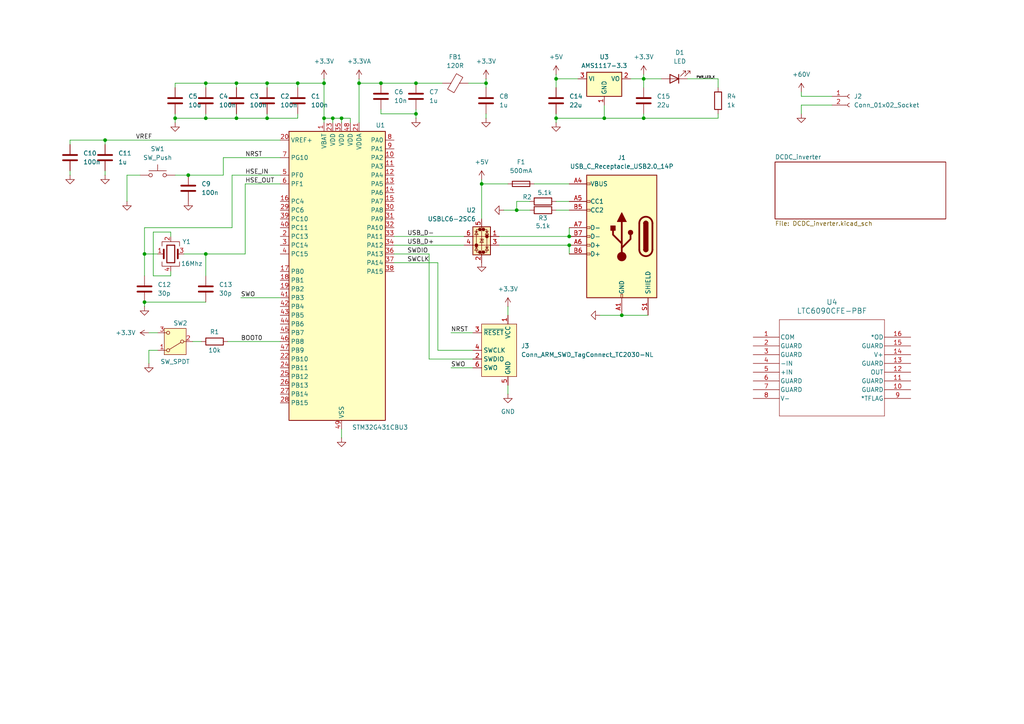
<source format=kicad_sch>
(kicad_sch (version 20231120) (generator "eeschema") (generator_version "8.0")
  (paper "A4")
  (lib_symbols
    (symbol "Connector:Conn_01x02_Socket" (pin_names (offset 1.016) hide)
      (property "Reference" "J" (at 0 2.54 0))
      (property "Value" "Conn_01x02_Socket" (at 0 -5.08 0))
      (symbol "Conn_01x02_Socket_1_1"
        (arc (start 0 -2.032) (mid -0.5058 -2.54) (end 0 -3.048) (stroke (width 0.1524)))
        (polyline (pts (xy -1.27 -2.54) (xy -0.508 -2.54)) (stroke (width 0.1524)))
        (polyline (pts (xy -1.27 0) (xy -0.508 0)) (stroke (width 0.1524)))
        (arc (start 0 0.508) (mid -0.5058 0) (end 0 -0.508) (stroke (width 0.1524)))
        (pin passive line (at -5.08 0 0) (length 3.81) (name "Pin_1") (number "1"))
        (pin passive line (at -5.08 -2.54 0) (length 3.81) (name "Pin_2") (number "2"))
      )
    )
    (symbol "Connector:Conn_ARM_SWD_TagConnect_TC2030-NL" (in_bom no)
      (property "Reference" "J" (at 2.54 11.43 0))
      (property "Value" "Conn_ARM_SWD_TagConnect_TC2030-NL" (at 2.54 8.89 0))
      (symbol "Conn_ARM_SWD_TagConnect_TC2030-NL_0_0"
        (pin power_in line (at -2.54 10.16 270) (length 2.54) (name "VCC") (number "1"))
        (pin bidirectional line (at 7.62 -2.54 180) (length 2.54) (name "SWDIO") (number "2"))
        (pin open_collector line (at 7.62 5.08 180) (length 2.54) (name "~{RESET}") (number "3"))
        (pin output line (at 7.62 0 180) (length 2.54) (name "SWCLK") (number "4"))
        (pin power_in line (at -2.54 -10.16 90) (length 2.54) (name "GND") (number "5"))
        (pin input line (at 7.62 -5.08 180) (length 2.54) (name "SWO") (number "6"))
      )
      (symbol "Conn_ARM_SWD_TagConnect_TC2030-NL_0_1"
        (rectangle (start -5.08 7.62) (end 5.08 -7.62) (fill (type background)))
      )
    )
    (symbol "Connector:USB_C_Receptacle_USB2.0_14P" (pin_names (offset 1.016))
      (property "Reference" "J" (at 0 22.225 0))
      (property "Value" "USB_C_Receptacle_USB2.0_14P" (at 0 19.685 0))
      (symbol "USB_C_Receptacle_USB2.0_14P_0_0"
        (rectangle (start -0.254 -17.78) (end 0.254 -16.764))
        (rectangle (start 10.16 -4.826) (end 9.144 -5.334))
        (rectangle (start 10.16 -2.286) (end 9.144 -2.794))
        (rectangle (start 10.16 0.254) (end 9.144 -0.254))
        (rectangle (start 10.16 2.794) (end 9.144 2.286))
        (rectangle (start 10.16 7.874) (end 9.144 7.366))
        (rectangle (start 10.16 10.414) (end 9.144 9.906))
        (rectangle (start 10.16 15.494) (end 9.144 14.986))
      )
      (symbol "USB_C_Receptacle_USB2.0_14P_0_1"
        (rectangle (start -10.16 17.78) (end 10.16 -17.78) (stroke (width 0.254)) (fill (type background)))
        (arc (start -8.89 -3.81) (mid -6.985 -5.7067) (end -5.08 -3.81) (stroke (width 0.508)))
        (arc (start -7.62 -3.81) (mid -6.985 -4.4423) (end -6.35 -3.81) (stroke (width 0.254)))
        (arc (start -7.62 -3.81) (mid -6.985 -4.4423) (end -6.35 -3.81) (stroke (width 0.254)) (fill (type outline)))
        (rectangle (start -7.62 -3.81) (end -6.35 3.81) (stroke (width 0.254)) (fill (type outline)))
        (arc (start -6.35 3.81) (mid -6.985 4.4423) (end -7.62 3.81) (stroke (width 0.254)))
        (arc (start -6.35 3.81) (mid -6.985 4.4423) (end -7.62 3.81) (stroke (width 0.254)) (fill (type outline)))
        (arc (start -5.08 3.81) (mid -6.985 5.7067) (end -8.89 3.81) (stroke (width 0.508)))
        (circle (center -2.54 1.143) (radius 0.635) (stroke (width 0.254)) (fill (type outline)))
        (circle (center 0 -5.842) (radius 1.27) (fill (type outline)))
        (polyline (pts (xy -8.89 -3.81) (xy -8.89 3.81)) (stroke (width 0.508)))
        (polyline (pts (xy -5.08 3.81) (xy -5.08 -3.81)) (stroke (width 0.508)))
        (polyline (pts (xy 0 -5.842) (xy 0 4.318)) (stroke (width 0.508)))
        (polyline (pts (xy 0 -3.302) (xy -2.54 -0.762) (xy -2.54 0.508)) (stroke (width 0.508)))
        (polyline (pts (xy 0 -2.032) (xy 2.54 0.508) (xy 2.54 1.778)) (stroke (width 0.508)))
        (polyline (pts (xy -1.27 4.318) (xy 0 6.858) (xy 1.27 4.318) (xy -1.27 4.318)) (stroke (width 0.254)) (fill (type outline)))
        (rectangle (start 1.905 1.778) (end 3.175 3.048) (stroke (width 0.254)) (fill (type outline)))
      )
      (symbol "USB_C_Receptacle_USB2.0_14P_1_1"
        (pin passive line (at 0 -22.86 90) (length 5.08) (name "GND") (number "A1"))
        (pin passive line (at 0 -22.86 90) (length 5.08) hide (name "GND") (number "A12"))
        (pin passive line (at 15.24 15.24 180) (length 5.08) (name "VBUS") (number "A4"))
        (pin bidirectional line (at 15.24 10.16 180) (length 5.08) (name "CC1") (number "A5"))
        (pin bidirectional line (at 15.24 -2.54 180) (length 5.08) (name "D+") (number "A6"))
        (pin bidirectional line (at 15.24 2.54 180) (length 5.08) (name "D-") (number "A7"))
        (pin passive line (at 15.24 15.24 180) (length 5.08) hide (name "VBUS") (number "A9"))
        (pin passive line (at 0 -22.86 90) (length 5.08) hide (name "GND") (number "B1"))
        (pin passive line (at 0 -22.86 90) (length 5.08) hide (name "GND") (number "B12"))
        (pin passive line (at 15.24 15.24 180) (length 5.08) hide (name "VBUS") (number "B4"))
        (pin bidirectional line (at 15.24 7.62 180) (length 5.08) (name "CC2") (number "B5"))
        (pin bidirectional line (at 15.24 -5.08 180) (length 5.08) (name "D+") (number "B6"))
        (pin bidirectional line (at 15.24 0 180) (length 5.08) (name "D-") (number "B7"))
        (pin passive line (at 15.24 15.24 180) (length 5.08) hide (name "VBUS") (number "B9"))
        (pin passive line (at -7.62 -22.86 90) (length 5.08) (name "SHIELD") (number "S1"))
      )
    )
    (symbol "Device:C" (pin_numbers hide) (pin_names (offset 0.254))
      (property "Reference" "C" (at 0.635 2.54 0))
      (property "Value" "C" (at 0.635 -2.54 0))
      (symbol "C_0_1"
        (polyline (pts (xy -2.032 -0.762) (xy 2.032 -0.762)) (stroke (width 0.508)))
        (polyline (pts (xy -2.032 0.762) (xy 2.032 0.762)) (stroke (width 0.508)))
      )
      (symbol "C_1_1"
        (pin passive line (at 0 3.81 270) (length 2.794) (name "~") (number "1"))
        (pin passive line (at 0 -3.81 90) (length 2.794) (name "~") (number "2"))
      )
    )
    (symbol "Device:Crystal_GND24" (pin_names (offset 1.016) hide)
      (property "Reference" "Y" (at 3.175 5.08 0))
      (property "Value" "Crystal_GND24" (at 3.175 3.175 0))
      (symbol "Crystal_GND24_0_1"
        (rectangle (start -1.143 2.54) (end 1.143 -2.54) (stroke (width 0.3048)))
        (polyline (pts (xy -2.54 0) (xy -2.032 0)))
        (polyline (pts (xy -2.032 -1.27) (xy -2.032 1.27)) (stroke (width 0.508)))
        (polyline (pts (xy 0 -3.81) (xy 0 -3.556)))
        (polyline (pts (xy 0 3.556) (xy 0 3.81)))
        (polyline (pts (xy 2.032 -1.27) (xy 2.032 1.27)) (stroke (width 0.508)))
        (polyline (pts (xy 2.032 0) (xy 2.54 0)))
        (polyline (pts (xy -2.54 -2.286) (xy -2.54 -3.556) (xy 2.54 -3.556) (xy 2.54 -2.286)))
        (polyline (pts (xy -2.54 2.286) (xy -2.54 3.556) (xy 2.54 3.556) (xy 2.54 2.286)))
      )
      (symbol "Crystal_GND24_1_1"
        (pin passive line (at -3.81 0 0) (length 1.27) (name "1") (number "1"))
        (pin passive line (at 0 5.08 270) (length 1.27) (name "2") (number "2"))
        (pin passive line (at 3.81 0 180) (length 1.27) (name "3") (number "3"))
        (pin passive line (at 0 -5.08 90) (length 1.27) (name "4") (number "4"))
      )
    )
    (symbol "Device:FerriteBead" (pin_numbers hide) (pin_names (offset 0))
      (property "Reference" "FB" (at -3.81 0.635 90))
      (property "Value" "FerriteBead" (at 3.81 0 90))
      (symbol "FerriteBead_0_1"
        (polyline (pts (xy 0 -1.27) (xy 0 -1.2192)))
        (polyline (pts (xy 0 1.27) (xy 0 1.2954)))
        (polyline (pts (xy -2.7686 0.4064) (xy -1.7018 2.2606) (xy 2.7686 -0.3048) (xy 1.6764 -2.159) (xy -2.7686 0.4064)))
      )
      (symbol "FerriteBead_1_1"
        (pin passive line (at 0 3.81 270) (length 2.54) (name "~") (number "1"))
        (pin passive line (at 0 -3.81 90) (length 2.54) (name "~") (number "2"))
      )
    )
    (symbol "Device:Fuse" (pin_numbers hide) (pin_names (offset 0))
      (property "Reference" "F" (at 2.032 0 90))
      (property "Value" "Fuse" (at -1.905 0 90))
      (symbol "Fuse_0_1"
        (rectangle (start -0.762 -2.54) (end 0.762 2.54) (stroke (width 0.254)))
        (polyline (pts (xy 0 2.54) (xy 0 -2.54)))
      )
      (symbol "Fuse_1_1"
        (pin passive line (at 0 3.81 270) (length 1.27) (name "~") (number "1"))
        (pin passive line (at 0 -3.81 90) (length 1.27) (name "~") (number "2"))
      )
    )
    (symbol "Device:LED" (pin_numbers hide) (pin_names (offset 1.016) hide)
      (property "Reference" "D" (at 0 2.54 0))
      (property "Value" "LED" (at 0 -2.54 0))
      (symbol "LED_0_1"
        (polyline (pts (xy -1.27 -1.27) (xy -1.27 1.27)) (stroke (width 0.254)))
        (polyline (pts (xy -1.27 0) (xy 1.27 0)))
        (polyline (pts (xy 1.27 -1.27) (xy 1.27 1.27) (xy -1.27 0) (xy 1.27 -1.27)) (stroke (width 0.254)))
        (polyline (pts (xy -3.048 -0.762) (xy -4.572 -2.286) (xy -3.81 -2.286) (xy -4.572 -2.286) (xy -4.572 -1.524)))
        (polyline (pts (xy -1.778 -0.762) (xy -3.302 -2.286) (xy -2.54 -2.286) (xy -3.302 -2.286) (xy -3.302 -1.524)))
      )
      (symbol "LED_1_1"
        (pin passive line (at -3.81 0 0) (length 2.54) (name "K") (number "1"))
        (pin passive line (at 3.81 0 180) (length 2.54) (name "A") (number "2"))
      )
    )
    (symbol "Device:R" (pin_numbers hide) (pin_names (offset 0))
      (property "Reference" "R" (at 2.032 0 90))
      (property "Value" "R" (at 0 0 90))
      (symbol "R_0_1"
        (rectangle (start -1.016 -2.54) (end 1.016 2.54) (stroke (width 0.254)))
      )
      (symbol "R_1_1"
        (pin passive line (at 0 3.81 270) (length 1.27) (name "~") (number "1"))
        (pin passive line (at 0 -3.81 90) (length 1.27) (name "~") (number "2"))
      )
    )
    (symbol "LTC6090CFE_PBF:LTC6090CFE-PBF" (pin_names (offset 0.254))
      (property "Reference" "U" (at 22.86 10.16 0))
      (property "Value" "LTC6090CFE-PBF" (at 22.86 7.62 0))
      (symbol "LTC6090CFE-PBF_0_1"
        (polyline (pts (xy 7.62 -22.86) (xy 38.1 -22.86)) (stroke (width 0.127)))
        (polyline (pts (xy 7.62 5.08) (xy 7.62 -22.86)) (stroke (width 0.127)))
        (polyline (pts (xy 38.1 -22.86) (xy 38.1 5.08)) (stroke (width 0.127)))
        (polyline (pts (xy 38.1 5.08) (xy 7.62 5.08)) (stroke (width 0.127)))
        (pin unspecified line (at 0 0 0) (length 7.62) (name "COM") (number "1"))
        (pin unspecified line (at 45.72 -15.24 180) (length 7.62) (name "GUARD") (number "10"))
        (pin unspecified line (at 45.72 -12.7 180) (length 7.62) (name "GUARD") (number "11"))
        (pin output line (at 45.72 -10.16 180) (length 7.62) (name "OUT") (number "12"))
        (pin unspecified line (at 45.72 -7.62 180) (length 7.62) (name "GUARD") (number "13"))
        (pin power_in line (at 45.72 -5.08 180) (length 7.62) (name "V+") (number "14"))
        (pin unspecified line (at 45.72 -2.54 180) (length 7.62) (name "GUARD") (number "15"))
        (pin output line (at 45.72 0 180) (length 7.62) (name "*OD") (number "16"))
        (pin unspecified line (at 0 -2.54 0) (length 7.62) (name "GUARD") (number "2"))
        (pin unspecified line (at 0 -5.08 0) (length 7.62) (name "GUARD") (number "3"))
        (pin input line (at 0 -7.62 0) (length 7.62) (name "-IN") (number "4"))
        (pin input line (at 0 -10.16 0) (length 7.62) (name "+IN") (number "5"))
        (pin unspecified line (at 0 -12.7 0) (length 7.62) (name "GUARD") (number "6"))
        (pin unspecified line (at 0 -15.24 0) (length 7.62) (name "GUARD") (number "7"))
        (pin power_in line (at 0 -17.78 0) (length 7.62) (name "V-") (number "8"))
        (pin output line (at 45.72 -17.78 180) (length 7.62) (name "*TFLAG") (number "9"))
      )
    )
    (symbol "MCU_ST_STM32G4:STM32G431CBUx"
      (property "Reference" "U" (at -12.7 44.45 0))
      (property "Value" "STM32G431CBUx" (at 10.16 44.45 0))
      (symbol "STM32G431CBUx_0_1"
        (rectangle (start -12.7 -40.64) (end 15.24 43.18) (stroke (width 0.254)) (fill (type background)))
      )
      (symbol "STM32G431CBUx_1_1"
        (pin power_in line (at -2.54 45.72 270) (length 2.54) (name "VBAT") (number "1"))
        (pin bidirectional line (at 17.78 35.56 180) (length 2.54) (name "PA2") (number "10"))
        (pin bidirectional line (at 17.78 33.02 180) (length 2.54) (name "PA3") (number "11"))
        (pin bidirectional line (at 17.78 30.48 180) (length 2.54) (name "PA4") (number "12"))
        (pin bidirectional line (at 17.78 27.94 180) (length 2.54) (name "PA5") (number "13"))
        (pin bidirectional line (at 17.78 25.4 180) (length 2.54) (name "PA6") (number "14"))
        (pin bidirectional line (at 17.78 22.86 180) (length 2.54) (name "PA7") (number "15"))
        (pin bidirectional line (at -15.24 22.86 0) (length 2.54) (name "PC4") (number "16"))
        (pin bidirectional line (at -15.24 2.54 0) (length 2.54) (name "PB0") (number "17"))
        (pin bidirectional line (at -15.24 0 0) (length 2.54) (name "PB1") (number "18"))
        (pin bidirectional line (at -15.24 -2.54 0) (length 2.54) (name "PB2") (number "19"))
        (pin bidirectional line (at -15.24 12.7 0) (length 2.54) (name "PC13") (number "2"))
        (pin input line (at -15.24 40.64 0) (length 2.54) (name "VREF+") (number "20"))
        (pin power_in line (at 7.62 45.72 270) (length 2.54) (name "VDDA") (number "21"))
        (pin bidirectional line (at -15.24 -22.86 0) (length 2.54) (name "PB10") (number "22"))
        (pin power_in line (at 0 45.72 270) (length 2.54) (name "VDD") (number "23"))
        (pin bidirectional line (at -15.24 -25.4 0) (length 2.54) (name "PB11") (number "24"))
        (pin bidirectional line (at -15.24 -27.94 0) (length 2.54) (name "PB12") (number "25"))
        (pin bidirectional line (at -15.24 -30.48 0) (length 2.54) (name "PB13") (number "26"))
        (pin bidirectional line (at -15.24 -33.02 0) (length 2.54) (name "PB14") (number "27"))
        (pin bidirectional line (at -15.24 -35.56 0) (length 2.54) (name "PB15") (number "28"))
        (pin bidirectional line (at -15.24 20.32 0) (length 2.54) (name "PC6") (number "29"))
        (pin bidirectional line (at -15.24 10.16 0) (length 2.54) (name "PC14") (number "3"))
        (pin bidirectional line (at 17.78 20.32 180) (length 2.54) (name "PA8") (number "30"))
        (pin bidirectional line (at 17.78 17.78 180) (length 2.54) (name "PA9") (number "31"))
        (pin bidirectional line (at 17.78 15.24 180) (length 2.54) (name "PA10") (number "32"))
        (pin bidirectional line (at 17.78 12.7 180) (length 2.54) (name "PA11") (number "33"))
        (pin bidirectional line (at 17.78 10.16 180) (length 2.54) (name "PA12") (number "34"))
        (pin power_in line (at 2.54 45.72 270) (length 2.54) (name "VDD") (number "35"))
        (pin bidirectional line (at 17.78 7.62 180) (length 2.54) (name "PA13") (number "36"))
        (pin bidirectional line (at 17.78 5.08 180) (length 2.54) (name "PA14") (number "37"))
        (pin bidirectional line (at 17.78 2.54 180) (length 2.54) (name "PA15") (number "38"))
        (pin bidirectional line (at -15.24 17.78 0) (length 2.54) (name "PC10") (number "39"))
        (pin bidirectional line (at -15.24 7.62 0) (length 2.54) (name "PC15") (number "4"))
        (pin bidirectional line (at -15.24 15.24 0) (length 2.54) (name "PC11") (number "40"))
        (pin bidirectional line (at -15.24 -5.08 0) (length 2.54) (name "PB3") (number "41"))
        (pin bidirectional line (at -15.24 -7.62 0) (length 2.54) (name "PB4") (number "42"))
        (pin bidirectional line (at -15.24 -10.16 0) (length 2.54) (name "PB5") (number "43"))
        (pin bidirectional line (at -15.24 -12.7 0) (length 2.54) (name "PB6") (number "44"))
        (pin bidirectional line (at -15.24 -15.24 0) (length 2.54) (name "PB7") (number "45"))
        (pin bidirectional line (at -15.24 -17.78 0) (length 2.54) (name "PB8") (number "46"))
        (pin bidirectional line (at -15.24 -20.32 0) (length 2.54) (name "PB9") (number "47"))
        (pin power_in line (at 5.08 45.72 270) (length 2.54) (name "VDD") (number "48"))
        (pin power_in line (at 2.54 -43.18 90) (length 2.54) (name "VSS") (number "49"))
        (pin bidirectional line (at -15.24 30.48 0) (length 2.54) (name "PF0") (number "5"))
        (pin bidirectional line (at -15.24 27.94 0) (length 2.54) (name "PF1") (number "6"))
        (pin bidirectional line (at -15.24 35.56 0) (length 2.54) (name "PG10") (number "7"))
        (pin bidirectional line (at 17.78 40.64 180) (length 2.54) (name "PA0") (number "8"))
        (pin bidirectional line (at 17.78 38.1 180) (length 2.54) (name "PA1") (number "9"))
      )
    )
    (symbol "Power_Protection:USBLC6-2SC6" (pin_names hide)
      (property "Reference" "U" (at 0.635 5.715 0))
      (property "Value" "USBLC6-2SC6" (at 0.635 3.81 0))
      (symbol "USBLC6-2SC6_0_0"
        (circle (center -1.524 0) (radius 0.0001) (stroke (width 0.508)))
        (circle (center -0.508 -4.572) (radius 0.0001) (stroke (width 0.508)))
        (circle (center -0.508 2.032) (radius 0.0001) (stroke (width 0.508)))
        (circle (center 0.508 -4.572) (radius 0.0001) (stroke (width 0.508)))
        (circle (center 0.508 2.032) (radius 0.0001) (stroke (width 0.508)))
        (circle (center 1.524 -2.54) (radius 0.0001) (stroke (width 0.508)))
      )
      (symbol "USBLC6-2SC6_0_1"
        (polyline (pts (xy -2.54 -2.54) (xy 2.54 -2.54)))
        (polyline (pts (xy -2.54 0) (xy 2.54 0)))
        (polyline (pts (xy -2.032 -3.048) (xy -1.016 -3.048)))
        (polyline (pts (xy -1.016 1.524) (xy -2.032 1.524)))
        (polyline (pts (xy 1.016 -3.048) (xy 2.032 -3.048)))
        (polyline (pts (xy 1.016 1.524) (xy 2.032 1.524)))
        (polyline (pts (xy -0.508 -1.143) (xy -0.508 -0.762) (xy 0.508 -0.762)))
        (polyline (pts (xy -2.032 0.508) (xy -1.016 0.508) (xy -1.524 1.524) (xy -2.032 0.508)))
        (polyline (pts (xy -1.016 -4.064) (xy -2.032 -4.064) (xy -1.524 -3.048) (xy -1.016 -4.064)))
        (polyline (pts (xy 0.508 -1.778) (xy -0.508 -1.778) (xy 0 -0.762) (xy 0.508 -1.778)))
        (polyline (pts (xy 2.032 -4.064) (xy 1.016 -4.064) (xy 1.524 -3.048) (xy 2.032 -4.064)))
        (polyline (pts (xy 2.032 0.508) (xy 1.016 0.508) (xy 1.524 1.524) (xy 2.032 0.508)))
        (polyline (pts (xy 0 2.54) (xy -0.508 2.032) (xy 0.508 2.032) (xy 0 1.524) (xy 0 -4.064) (xy -0.508 -4.572) (xy 0.508 -4.572) (xy 0 -5.08)))
      )
      (symbol "USBLC6-2SC6_1_1"
        (rectangle (start -2.54 2.794) (end 2.54 -5.334) (stroke (width 0.254)) (fill (type background)))
        (polyline (pts (xy -0.508 2.032) (xy -1.524 2.032) (xy -1.524 -4.572) (xy -0.508 -4.572)))
        (polyline (pts (xy 0.508 -4.572) (xy 1.524 -4.572) (xy 1.524 2.032) (xy 0.508 2.032)))
        (pin passive line (at -5.08 0 0) (length 2.54) (name "I/O1") (number "1"))
        (pin passive line (at 0 -7.62 90) (length 2.54) (name "GND") (number "2"))
        (pin passive line (at -5.08 -2.54 0) (length 2.54) (name "I/O2") (number "3"))
        (pin passive line (at 5.08 -2.54 180) (length 2.54) (name "I/O2") (number "4"))
        (pin passive line (at 0 5.08 270) (length 2.54) (name "VBUS") (number "5"))
        (pin passive line (at 5.08 0 180) (length 2.54) (name "I/O1") (number "6"))
      )
    )
    (symbol "Regulator_Linear:AMS1117-3.3"
      (property "Reference" "U" (at -3.81 3.175 0))
      (property "Value" "AMS1117-3.3" (at 0 3.175 0))
      (symbol "AMS1117-3.3_0_1"
        (rectangle (start -5.08 -5.08) (end 5.08 1.905) (stroke (width 0.254)) (fill (type background)))
      )
      (symbol "AMS1117-3.3_1_1"
        (pin power_in line (at 0 -7.62 90) (length 2.54) (name "GND") (number "1"))
        (pin power_out line (at 7.62 0 180) (length 2.54) (name "VO") (number "2"))
        (pin power_in line (at -7.62 0 0) (length 2.54) (name "VI") (number "3"))
      )
    )
    (symbol "Switch:SW_Push" (pin_numbers hide) (pin_names (offset 1.016) hide)
      (property "Reference" "SW" (at 1.27 2.54 0))
      (property "Value" "SW_Push" (at 0 -1.524 0))
      (symbol "SW_Push_0_1"
        (circle (center -2.032 0) (radius 0.508))
        (polyline (pts (xy 0 1.27) (xy 0 3.048)))
        (polyline (pts (xy 2.54 1.27) (xy -2.54 1.27)))
        (circle (center 2.032 0) (radius 0.508))
        (pin passive line (at -5.08 0 0) (length 2.54) (name "1") (number "1"))
        (pin passive line (at 5.08 0 180) (length 2.54) (name "2") (number "2"))
      )
    )
    (symbol "Switch:SW_SPDT" (pin_names (offset 0) hide)
      (property "Reference" "SW" (at 0 5.08 0))
      (property "Value" "SW_SPDT" (at 0 -5.08 0))
      (symbol "SW_SPDT_0_1"
        (circle (center -2.032 0) (radius 0.4572))
        (polyline (pts (xy -1.651 0.254) (xy 1.651 2.286)))
        (circle (center 2.032 -2.54) (radius 0.4572))
        (circle (center 2.032 2.54) (radius 0.4572))
      )
      (symbol "SW_SPDT_1_1"
        (rectangle (start -3.175 3.81) (end 3.175 -3.81) (fill (type background)))
        (pin passive line (at 5.08 2.54 180) (length 2.54) (name "A") (number "1"))
        (pin passive line (at -5.08 0 0) (length 2.54) (name "B") (number "2"))
        (pin passive line (at 5.08 -2.54 180) (length 2.54) (name "C") (number "3"))
      )
    )
    (symbol "power:+3.3V" (power) (pin_numbers hide) (pin_names (offset 0) hide)
      (property "Value" "+3.3V" (at 0 3.556 0))
      (symbol "+3.3V_0_1"
        (polyline (pts (xy -0.762 1.27) (xy 0 2.54)))
        (polyline (pts (xy 0 0) (xy 0 2.54)))
        (polyline (pts (xy 0 2.54) (xy 0.762 1.27)))
      )
      (symbol "+3.3V_1_1"
        (pin power_in line (at 0 0 90) (length 0) (name "~") (number "1"))
      )
    )
    (symbol "power:+3.3VA" (power) (pin_numbers hide) (pin_names (offset 0) hide)
      (property "Value" "+3.3VA" (at 0 3.556 0))
      (symbol "+3.3VA_0_1"
        (polyline (pts (xy -0.762 1.27) (xy 0 2.54)))
        (polyline (pts (xy 0 0) (xy 0 2.54)))
        (polyline (pts (xy 0 2.54) (xy 0.762 1.27)))
      )
      (symbol "+3.3VA_1_1"
        (pin power_in line (at 0 0 90) (length 0) (name "~") (number "1"))
      )
    )
    (symbol "power:+48V" (power) (pin_numbers hide) (pin_names (offset 0) hide)
      (property "Value" "+48V" (at 0 3.556 0))
      (symbol "+48V_0_1"
        (polyline (pts (xy -0.762 1.27) (xy 0 2.54)))
        (polyline (pts (xy 0 0) (xy 0 2.54)))
        (polyline (pts (xy 0 2.54) (xy 0.762 1.27)))
      )
      (symbol "+48V_1_1"
        (pin power_in line (at 0 0 90) (length 0) (name "~") (number "1"))
      )
    )
    (symbol "power:+5V" (power) (pin_numbers hide) (pin_names (offset 0) hide)
      (property "Value" "+5V" (at 0 3.556 0))
      (symbol "+5V_0_1"
        (polyline (pts (xy -0.762 1.27) (xy 0 2.54)))
        (polyline (pts (xy 0 0) (xy 0 2.54)))
        (polyline (pts (xy 0 2.54) (xy 0.762 1.27)))
      )
      (symbol "+5V_1_1"
        (pin power_in line (at 0 0 90) (length 0) (name "~") (number "1"))
      )
    )
    (symbol "power:GND" (power) (pin_numbers hide) (pin_names (offset 0) hide)
      (property "Value" "GND" (at 0 -3.81 0))
      (symbol "GND_0_1"
        (polyline (pts (xy 0 0) (xy 0 -1.27) (xy 1.27 -1.27) (xy 0 -2.54) (xy -1.27 -1.27) (xy 0 -1.27)))
      )
      (symbol "GND_1_1"
        (pin power_in line (at 0 0 270) (length 0) (name "~") (number "1"))
      )
    )
  )
  (junction (at 96.52 34.29))
  (junction (at 99.06 34.29))
  (junction (at 54.61 50.8))
  (junction (at 180.34 91.44))
  (junction (at 104.14 24.13))
  (junction (at 41.91 87.63))
  (junction (at 120.65 33.02))
  (junction (at 165.1 71.12))
  (junction (at 41.91 73.66))
  (junction (at 140.97 24.13))
  (junction (at 77.47 24.13))
  (junction (at 59.69 24.13))
  (junction (at 77.47 34.29))
  (junction (at 59.69 73.66))
  (junction (at 86.36 24.13))
  (junction (at 68.58 24.13))
  (junction (at 186.69 34.29))
  (junction (at 175.26 34.29))
  (junction (at 186.69 22.86))
  (junction (at 165.1 68.58))
  (junction (at 93.98 24.13))
  (junction (at 59.69 34.29))
  (junction (at 50.8 34.29))
  (junction (at 149.86 60.96))
  (junction (at 120.65 24.13))
  (junction (at 110.49 24.13))
  (junction (at 68.58 34.29))
  (junction (at 139.7 53.34))
  (junction (at 93.98 34.29))
  (junction (at 161.29 22.86))
  (junction (at 161.29 34.29))
  (junction (at 30.48 40.64))
  (wire (pts (xy 93.98 34.29) (xy 96.52 34.29)))
  (wire (pts (xy 186.69 34.29) (xy 208.28 34.29)))
  (wire (pts (xy 175.26 34.29) (xy 175.26 30.48)))
  (wire (pts (xy 144.78 68.58) (xy 165.1 68.58)))
  (wire (pts (xy 110.49 24.13) (xy 120.65 24.13)))
  (wire (pts (xy 114.3 76.2) (xy 127 76.2)))
  (wire (pts (xy 140.97 33.02) (xy 140.97 34.29)))
  (wire (pts (xy 53.34 73.66) (xy 59.69 73.66)))
  (wire (pts (xy 161.29 25.4) (xy 161.29 22.86)))
  (wire (pts (xy 140.97 22.86) (xy 140.97 24.13)))
  (wire (pts (xy 59.69 24.13) (xy 59.69 25.4)))
  (wire (pts (xy 175.26 34.29) (xy 186.69 34.29)))
  (wire (pts (xy 186.69 22.86) (xy 186.69 25.4)))
  (wire (pts (xy 44.45 67.31) (xy 44.45 80.01)))
  (wire (pts (xy 114.3 73.66) (xy 124.46 73.66)))
  (wire (pts (xy 165.1 53.34) (xy 154.94 53.34)))
  (wire (pts (xy 130.81 96.52) (xy 137.16 96.52)))
  (wire (pts (xy 161.29 34.29) (xy 161.29 35.56)))
  (wire (pts (xy 93.98 24.13) (xy 93.98 34.29)))
  (wire (pts (xy 54.61 50.8) (xy 50.8 50.8)))
  (wire (pts (xy 64.77 45.72) (xy 81.28 45.72)))
  (wire (pts (xy 208.28 22.86) (xy 199.39 22.86)))
  (wire (pts (xy 114.3 68.58) (xy 134.62 68.58)))
  (wire (pts (xy 43.18 96.52) (xy 45.72 96.52)))
  (wire (pts (xy 104.14 35.56) (xy 104.14 24.13)))
  (wire (pts (xy 50.8 25.4) (xy 50.8 24.13)))
  (wire (pts (xy 59.69 73.66) (xy 59.69 80.01)))
  (wire (pts (xy 165.1 60.96) (xy 161.29 60.96)))
  (wire (pts (xy 71.12 73.66) (xy 59.69 73.66)))
  (wire (pts (xy 99.06 34.29) (xy 101.6 34.29)))
  (wire (pts (xy 93.98 22.86) (xy 93.98 24.13)))
  (wire (pts (xy 165.1 66.04) (xy 165.1 68.58)))
  (wire (pts (xy 99.06 34.29) (xy 99.06 35.56)))
  (wire (pts (xy 110.49 31.75) (xy 110.49 33.02)))
  (wire (pts (xy 161.29 21.59) (xy 161.29 22.86)))
  (wire (pts (xy 232.41 26.67) (xy 232.41 27.94)))
  (wire (pts (xy 77.47 34.29) (xy 86.36 34.29)))
  (wire (pts (xy 67.31 50.8) (xy 81.28 50.8)))
  (wire (pts (xy 146.05 60.96) (xy 149.86 60.96)))
  (wire (pts (xy 44.45 80.01) (xy 49.53 80.01)))
  (wire (pts (xy 86.36 24.13) (xy 93.98 24.13)))
  (wire (pts (xy 139.7 52.07) (xy 139.7 53.34)))
  (wire (pts (xy 71.12 53.34) (xy 81.28 53.34)))
  (wire (pts (xy 124.46 73.66) (xy 124.46 104.14)))
  (wire (pts (xy 50.8 34.29) (xy 59.69 34.29)))
  (wire (pts (xy 20.32 40.64) (xy 20.32 41.91)))
  (wire (pts (xy 50.8 34.29) (xy 50.8 35.56)))
  (wire (pts (xy 139.7 53.34) (xy 147.32 53.34)))
  (wire (pts (xy 110.49 33.02) (xy 120.65 33.02)))
  (wire (pts (xy 208.28 33.02) (xy 208.28 34.29)))
  (wire (pts (xy 59.69 34.29) (xy 68.58 34.29)))
  (wire (pts (xy 41.91 73.66) (xy 45.72 73.66)))
  (wire (pts (xy 86.36 33.02) (xy 86.36 34.29)))
  (wire (pts (xy 114.3 71.12) (xy 134.62 71.12)))
  (wire (pts (xy 49.53 68.58) (xy 49.53 67.31)))
  (wire (pts (xy 149.86 58.42) (xy 153.67 58.42)))
  (wire (pts (xy 127 76.2) (xy 127 101.6)))
  (wire (pts (xy 30.48 40.64) (xy 81.28 40.64)))
  (wire (pts (xy 20.32 49.53) (xy 20.32 50.8)))
  (wire (pts (xy 149.86 60.96) (xy 149.86 58.42)))
  (wire (pts (xy 144.78 71.12) (xy 165.1 71.12)))
  (wire (pts (xy 55.88 99.06) (xy 58.42 99.06)))
  (wire (pts (xy 59.69 24.13) (xy 68.58 24.13)))
  (wire (pts (xy 120.65 24.13) (xy 128.27 24.13)))
  (wire (pts (xy 165.1 58.42) (xy 161.29 58.42)))
  (wire (pts (xy 139.7 53.34) (xy 139.7 63.5)))
  (wire (pts (xy 187.96 91.44) (xy 180.34 91.44)))
  (wire (pts (xy 96.52 34.29) (xy 96.52 35.56)))
  (wire (pts (xy 49.53 67.31) (xy 44.45 67.31)))
  (wire (pts (xy 93.98 34.29) (xy 93.98 35.56)))
  (wire (pts (xy 165.1 71.12) (xy 165.1 73.66)))
  (wire (pts (xy 49.53 80.01) (xy 49.53 78.74)))
  (wire (pts (xy 101.6 34.29) (xy 101.6 35.56)))
  (wire (pts (xy 30.48 40.64) (xy 30.48 41.91)))
  (wire (pts (xy 161.29 33.02) (xy 161.29 34.29)))
  (wire (pts (xy 99.06 124.46) (xy 99.06 127)))
  (wire (pts (xy 50.8 24.13) (xy 59.69 24.13)))
  (wire (pts (xy 232.41 30.48) (xy 232.41 33.02)))
  (wire (pts (xy 186.69 34.29) (xy 186.69 33.02)))
  (wire (pts (xy 67.31 66.04) (xy 41.91 66.04)))
  (wire (pts (xy 59.69 33.02) (xy 59.69 34.29)))
  (wire (pts (xy 20.32 40.64) (xy 30.48 40.64)))
  (wire (pts (xy 147.32 88.9) (xy 147.32 91.44)))
  (wire (pts (xy 30.48 49.53) (xy 30.48 50.8)))
  (wire (pts (xy 77.47 33.02) (xy 77.47 34.29)))
  (wire (pts (xy 186.69 21.59) (xy 186.69 22.86)))
  (wire (pts (xy 41.91 87.63) (xy 41.91 88.9)))
  (wire (pts (xy 182.88 22.86) (xy 186.69 22.86)))
  (wire (pts (xy 140.97 24.13) (xy 140.97 25.4)))
  (wire (pts (xy 71.12 53.34) (xy 71.12 73.66)))
  (wire (pts (xy 208.28 25.4) (xy 208.28 22.86)))
  (wire (pts (xy 67.31 50.8) (xy 67.31 66.04)))
  (wire (pts (xy 50.8 33.02) (xy 50.8 34.29)))
  (wire (pts (xy 104.14 24.13) (xy 104.14 22.86)))
  (wire (pts (xy 124.46 104.14) (xy 137.16 104.14)))
  (wire (pts (xy 186.69 22.86) (xy 191.77 22.86)))
  (wire (pts (xy 241.3 27.94) (xy 232.41 27.94)))
  (wire (pts (xy 149.86 60.96) (xy 153.67 60.96)))
  (wire (pts (xy 127 101.6) (xy 137.16 101.6)))
  (wire (pts (xy 173.99 91.44) (xy 180.34 91.44)))
  (wire (pts (xy 147.32 111.76) (xy 147.32 114.3)))
  (wire (pts (xy 45.72 101.6) (xy 43.18 101.6)))
  (wire (pts (xy 64.77 50.8) (xy 64.77 45.72)))
  (wire (pts (xy 130.81 106.68) (xy 137.16 106.68)))
  (wire (pts (xy 64.77 50.8) (xy 54.61 50.8)))
  (wire (pts (xy 96.52 34.29) (xy 99.06 34.29)))
  (wire (pts (xy 86.36 24.13) (xy 86.36 25.4)))
  (wire (pts (xy 68.58 33.02) (xy 68.58 34.29)))
  (wire (pts (xy 161.29 22.86) (xy 167.64 22.86)))
  (wire (pts (xy 36.83 50.8) (xy 40.64 50.8)))
  (wire (pts (xy 43.18 101.6) (xy 43.18 105.41)))
  (wire (pts (xy 41.91 87.63) (xy 59.69 87.63)))
  (wire (pts (xy 77.47 24.13) (xy 86.36 24.13)))
  (wire (pts (xy 161.29 34.29) (xy 175.26 34.29)))
  (wire (pts (xy 120.65 33.02) (xy 120.65 34.29)))
  (wire (pts (xy 66.04 99.06) (xy 81.28 99.06)))
  (wire (pts (xy 69.85 86.36) (xy 81.28 86.36)))
  (wire (pts (xy 41.91 73.66) (xy 41.91 80.01)))
  (wire (pts (xy 135.89 24.13) (xy 140.97 24.13)))
  (wire (pts (xy 104.14 24.13) (xy 110.49 24.13)))
  (wire (pts (xy 68.58 24.13) (xy 68.58 25.4)))
  (wire (pts (xy 77.47 24.13) (xy 77.47 25.4)))
  (wire (pts (xy 232.41 30.48) (xy 241.3 30.48)))
  (wire (pts (xy 120.65 33.02) (xy 120.65 31.75)))
  (wire (pts (xy 68.58 34.29) (xy 77.47 34.29)))
  (wire (pts (xy 68.58 24.13) (xy 77.47 24.13)))
  (wire (pts (xy 41.91 66.04) (xy 41.91 73.66)))
  (wire (pts (xy 36.83 58.42) (xy 36.83 50.8)))
  (label "HSE_IN" (at 71.12 50.8 0))
  (label "NRST" (at 71.12 45.72 0))
  (label "USB_D+" (at 118.11 71.12 0))
  (label "PWR_LED_K" (at 201.93 22.86 0) (effects (font (size 0.635 0.635))))
  (label "VREF" (at 39.37 40.64 0))
  (label "SWDIO" (at 118.11 73.66 0))
  (label "NRST" (at 130.81 96.52 0))
  (label "SWCLK" (at 118.11 76.2 0))
  (label "USB_D-" (at 118.11 68.58 0))
  (label "SWO" (at 130.81 106.68 0))
  (label "SWO" (at 69.85 86.36 0))
  (label "BOOT0" (at 69.85 99.06 0))
  (label "HSE_OUT" (at 71.12 53.34 0))
  (symbol (lib_id "power:GND") (at 20.32 50.8 0) (unit 1)
    (property "Reference" "#PWR010" (effects (hide yes)))
    (property "Value" "GND" (effects (hide yes)))
    (property "Description" "Power symbol creates a global label with name \"GND\" , ground" (effects (hide yes)))
  )
  (symbol (lib_id "power:GND") (at 43.18 105.41 0) (unit 1)
    (property "Reference" "#PWR013" (effects (hide yes)))
    (property "Value" "GND" (effects (hide yes)))
    (property "Description" "Power symbol creates a global label with name \"GND\" , ground" (effects (hide yes)))
  )
  (symbol (lib_id "Device:C") (at 59.69 83.82 0) (unit 1)
    (property "Reference" "C13" (at 63.5 82.5499 0) (effects (justify left)))
    (property "Value" "30p" (at 63.5 85.0899 0) (effects (justify left)))
    (property "Description" "Unpolarized capacitor" (effects (hide yes)))
  )
  (symbol (lib_id "Device:C") (at 54.61 54.61 0) (unit 1)
    (property "Reference" "C9" (at 58.42 53.3399 0) (effects (justify left)))
    (property "Value" "100n" (at 58.42 55.8799 0) (effects (justify left)))
    (property "Footprint" "Capacitor_SMD:C_0402_1005Metric" (effects (hide yes)))
    (property "Description" "Unpolarized capacitor" (effects (hide yes)))
  )
  (symbol (lib_id "Switch:SW_Push") (at 45.72 50.8 0) (unit 1)
    (property "Reference" "SW1" (at 45.72 43.18 0))
    (property "Value" "SW_Push" (at 45.72 45.72 0))
    (property "Footprint" "Button_Switch_THT:SW_PUSH-12mm_Wuerth-430476085716" (effects (hide yes)))
    (property "Description" "Push button switch, generic, two pins" (effects (hide yes)))
  )
  (symbol (lib_id "power:+3.3V") (at 93.98 22.86 0) (unit 1)
    (property "Reference" "#PWR02" (effects (hide yes)))
    (property "Value" "+3.3V" (at 93.98 17.78 0))
    (property "Description" "Power symbol creates a global label with name \"+3.3V\"" (effects (hide yes)))
  )
  (symbol (lib_id "Connector:Conn_ARM_SWD_TagConnect_TC2030-NL") (at 144.78 101.6 0) (mirror y) (unit 1) (in_bom no)
    (property "Reference" "J3" (at 151.13 100.3299 0) (effects (justify right)))
    (property "Value" "Conn_ARM_SWD_TagConnect_TC2030-NL" (at 151.13 102.8699 0) (effects (justify right)))
    (property "Footprint" "Connector:Tag-Connect_TC2030-IDC-NL_2x03_P1.27mm_Vertical" (effects (hide yes)))
    (property "Datasheet" "https://www.tag-connect.com/wp-content/uploads/bsk-pdf-manager/TC2030-CTX_1.pdf" (effects (hide yes)))
    (property "Description" "Tag-Connect ARM Cortex SWD JTAG connector, 6 pin, no legs" (effects (hide yes)))
  )
  (symbol (lib_id "power:GND") (at 173.99 91.44 270) (mirror x) (unit 1)
    (property "Reference" "#PWR015" (effects (hide yes)))
    (property "Value" "GND" (effects (hide yes)))
    (property "Description" "Power symbol creates a global label with name \"GND\" , ground" (effects (hide yes)))
  )
  (symbol (lib_id "Device:C") (at 140.97 29.21 0) (unit 1)
    (property "Reference" "C8" (at 144.78 27.9399 0) (effects (justify left)))
    (property "Value" "1u" (at 144.78 30.4799 0) (effects (justify left)))
    (property "Description" "Unpolarized capacitor" (effects (hide yes)))
  )
  (symbol (lib_id "power:+3.3V") (at 43.18 96.52 90) (unit 1)
    (property "Reference" "#PWR012" (effects (hide yes)))
    (property "Value" "+3.3V" (at 39.37 96.5199 90) (effects (justify left)))
    (property "Description" "Power symbol creates a global label with name \"+3.3V\"" (effects (hide yes)))
  )
  (symbol (lib_id "Connector:USB_C_Receptacle_USB2.0_14P") (at 180.34 68.58 0) (mirror y) (unit 1)
    (property "Reference" "J1" (at 180.34 45.72 0))
    (property "Value" "USB_C_Receptacle_USB2.0_14P" (at 180.34 48.26 0))
    (property "Footprint" "Connector_USB:USB_C_Receptacle_GCT_USB4105-xx-A_16P_TopMnt_Horizontal" (effects (hide yes)))
    (property "Datasheet" "https://www.usb.org/sites/default/files/documents/usb_type-c.zip" (effects (hide yes)))
    (property "Description" "USB 2.0-only 14P Type-C Receptacle connector" (effects (hide yes)))
  )
  (symbol (lib_id "power:GND") (at 147.32 114.3 0) (unit 1)
    (property "Reference" "#PWR020" (effects (hide yes)))
    (property "Value" "GND" (at 147.32 119.38 0))
    (property "Description" "Power symbol creates a global label with name \"GND\" , ground" (effects (hide yes)))
  )
  (symbol (lib_id "power:GND") (at 54.61 58.42 0) (unit 1)
    (property "Reference" "#PWR09" (effects (hide yes)))
    (property "Value" "GND" (effects (hide yes)))
    (property "Description" "Power symbol creates a global label with name \"GND\" , ground" (effects (hide yes)))
  )
  (symbol (lib_id "Device:R") (at 62.23 99.06 90) (unit 1)
    (property "Reference" "R1" (at 62.23 96.266 90))
    (property "Value" "10k" (at 62.23 101.6 90))
    (property "Description" "Resistor" (effects (hide yes)))
  )
  (symbol (lib_id "Switch:SW_SPDT") (at 50.8 99.06 180) (unit 1)
    (property "Reference" "SW2" (at 52.324 93.726 0))
    (property "Value" "SW_SPDT" (at 50.8 104.902 0))
    (property "Description" "Switch, single pole double throw" (effects (hide yes)))
  )
  (symbol (lib_id "Device:C") (at 41.91 83.82 0) (unit 1)
    (property "Reference" "C12" (at 45.72 82.5499 0) (effects (justify left)))
    (property "Value" "30p" (at 45.72 85.0899 0) (effects (justify left)))
    (property "Description" "Unpolarized capacitor" (effects (hide yes)))
  )
  (symbol (lib_id "Device:Fuse") (at 151.13 53.34 270) (mirror x) (unit 1)
    (property "Reference" "F1" (at 151.13 46.99 90))
    (property "Value" "500mA" (at 151.13 49.53 90))
    (property "Footprint" "Fuse:Fuse_0603_1608Metric" (effects (hide yes)))
    (property "Description" "Fuse" (effects (hide yes)))
  )
  (symbol (lib_id "power:GND") (at 120.65 34.29 0) (unit 1)
    (property "Reference" "#PWR05" (effects (hide yes)))
    (property "Value" "GND" (effects (hide yes)))
    (property "Description" "Power symbol creates a global label with name \"GND\" , ground" (effects (hide yes)))
  )
  (symbol (lib_id "Device:C") (at 68.58 29.21 0) (unit 1)
    (property "Reference" "C3" (at 72.39 27.9399 0) (effects (justify left)))
    (property "Value" "100n" (at 72.39 30.4799 0) (effects (justify left)))
    (property "Description" "Unpolarized capacitor" (effects (hide yes)))
  )
  (symbol (lib_id "Device:C") (at 30.48 45.72 0) (unit 1)
    (property "Reference" "C11" (at 34.29 44.4499 0) (effects (justify left)))
    (property "Value" "1u" (at 34.29 46.9899 0) (effects (justify left)))
    (property "Footprint" "Capacitor_SMD:C_0402_1005Metric" (effects (hide yes)))
    (property "Description" "Unpolarized capacitor" (effects (hide yes)))
  )
  (symbol (lib_id "Device:C") (at 186.69 29.21 0) (unit 1)
    (property "Reference" "C15" (at 190.5 27.9399 0) (effects (justify left)))
    (property "Value" "22u" (at 190.5 30.4799 0) (effects (justify left)))
    (property "Description" "Unpolarized capacitor" (effects (hide yes)))
  )
  (symbol (lib_id "Regulator_Linear:AMS1117-3.3") (at 175.26 22.86 0) (unit 1)
    (property "Reference" "U3" (at 175.26 16.51 0))
    (property "Value" "AMS1117-3.3" (at 175.26 19.05 0))
    (property "Footprint" "Package_TO_SOT_SMD:SOT-223-3_TabPin2" (effects (hide yes)))
    (property "Datasheet" "http://www.advanced-monolithic.com/pdf/ds1117.pdf" (effects (hide yes)))
    (property "Description" "1A Low Dropout regulator, positive, 3.3V fixed output, SOT-223" (effects (hide yes)))
  )
  (symbol (lib_id "power:+3.3V") (at 147.32 88.9 0) (unit 1)
    (property "Reference" "#PWR019" (effects (hide yes)))
    (property "Value" "+3.3V" (at 147.32 83.82 0))
    (property "Description" "Power symbol creates a global label with name \"+3.3V\"" (effects (hide yes)))
  )
  (symbol (lib_id "Device:R") (at 157.48 58.42 270) (mirror x) (unit 1)
    (property "Reference" "R2" (at 152.908 57.15 90))
    (property "Value" "5.1k" (at 157.988 55.88 90))
    (property "Footprint" "Resistor_SMD:R_0603_1608Metric" (effects (hide yes)))
    (property "Description" "Resistor" (effects (hide yes)))
  )
  (symbol (lib_id "Device:C") (at 50.8 29.21 0) (unit 1)
    (property "Reference" "C5" (at 54.61 27.9399 0) (effects (justify left)))
    (property "Value" "10u" (at 54.61 30.4799 0) (effects (justify left)))
    (property "Description" "Unpolarized capacitor" (effects (hide yes)))
  )
  (symbol (lib_id "power:GND") (at 41.91 88.9 0) (unit 1)
    (property "Reference" "#PWR014" (effects (hide yes)))
    (property "Value" "GND" (effects (hide yes)))
    (property "Description" "Power symbol creates a global label with name \"GND\" , ground" (effects (hide yes)))
  )
  (symbol (lib_id "power:+3.3V") (at 186.69 21.59 0) (unit 1)
    (property "Reference" "#PWR023" (effects (hide yes)))
    (property "Value" "+3.3V" (at 186.69 16.51 0))
    (property "Description" "Power symbol creates a global label with name \"+3.3V\"" (effects (hide yes)))
  )
  (symbol (lib_id "power:GND") (at 139.7 76.2 0) (mirror y) (unit 1)
    (property "Reference" "#PWR018" (effects (hide yes)))
    (property "Value" "GND" (effects (hide yes)))
    (property "Description" "Power symbol creates a global label with name \"GND\" , ground" (effects (hide yes)))
  )
  (symbol (lib_id "power:+5V") (at 139.7 52.07 0) (mirror y) (unit 1)
    (property "Reference" "#PWR017" (effects (hide yes)))
    (property "Value" "+5V" (at 139.7 46.99 0))
    (property "Description" "Power symbol creates a global label with name \"+5V\"" (effects (hide yes)))
  )
  (symbol (lib_id "power:+5V") (at 161.29 21.59 0) (mirror y) (unit 1)
    (property "Reference" "#PWR022" (effects (hide yes)))
    (property "Value" "+5V" (at 161.29 16.51 0))
    (property "Description" "Power symbol creates a global label with name \"+5V\"" (effects (hide yes)))
  )
  (symbol (lib_id "Device:LED") (at 195.58 22.86 180) (unit 1)
    (property "Reference" "D1" (at 197.1675 15.24 0))
    (property "Value" "LED" (at 197.1675 17.78 0))
    (property "Description" "Light emitting diode" (effects (hide yes)))
  )
  (symbol (lib_id "Connector:Conn_01x02_Socket") (at 246.38 27.94 0) (unit 1)
    (property "Reference" "J2" (at 247.65 27.9399 0) (effects (justify left)))
    (property "Value" "Conn_01x02_Socket" (at 247.65 30.4799 0) (effects (justify left)))
    (property "Description" "Generic connector, single row, 01x02, script generated" (effects (hide yes)))
  )
  (symbol (lib_id "Device:C") (at 110.49 27.94 0) (unit 1)
    (property "Reference" "C6" (at 114.3 26.6699 0) (effects (justify left)))
    (property "Value" "10n" (at 114.3 29.2099 0) (effects (justify left)))
    (property "Description" "Unpolarized capacitor" (effects (hide yes)))
  )
  (symbol (lib_id "Device:R") (at 157.48 60.96 270) (mirror x) (unit 1)
    (property "Reference" "R3" (at 157.48 63.246 90))
    (property "Value" "5.1k" (at 157.48 65.532 90))
    (property "Footprint" "Resistor_SMD:R_0603_1608Metric" (effects (hide yes)))
    (property "Description" "Resistor" (effects (hide yes)))
  )
  (symbol (lib_id "Device:C") (at 161.29 29.21 0) (unit 1)
    (property "Reference" "C14" (at 165.1 27.9399 0) (effects (justify left)))
    (property "Value" "22u" (at 165.1 30.4799 0) (effects (justify left)))
    (property "Description" "Unpolarized capacitor" (effects (hide yes)))
  )
  (symbol (lib_id "power:GND") (at 36.83 58.42 0) (unit 1)
    (property "Reference" "#PWR08" (effects (hide yes)))
    (property "Value" "GND" (effects (hide yes)))
    (property "Description" "Power symbol creates a global label with name \"GND\" , ground" (effects (hide yes)))
  )
  (symbol (lib_id "power:GND") (at 140.97 34.29 0) (unit 1)
    (property "Reference" "#PWR06" (effects (hide yes)))
    (property "Value" "GND" (effects (hide yes)))
    (property "Description" "Power symbol creates a global label with name \"GND\" , ground" (effects (hide yes)))
  )
  (symbol (lib_id "power:+3.3VA") (at 104.14 22.86 0) (unit 1)
    (property "Reference" "#PWR04" (effects (hide yes)))
    (property "Value" "+3.3VA" (at 104.14 17.78 0))
    (property "Description" "Power symbol creates a global label with name \"+3.3VA\"" (effects (hide yes)))
  )
  (symbol (lib_id "Device:C") (at 20.32 45.72 0) (unit 1)
    (property "Reference" "C10" (at 24.13 44.4499 0) (effects (justify left)))
    (property "Value" "100n" (at 24.13 46.9899 0) (effects (justify left)))
    (property "Footprint" "Capacitor_SMD:C_0402_1005Metric" (effects (hide yes)))
    (property "Description" "Unpolarized capacitor" (effects (hide yes)))
  )
  (symbol (lib_id "MCU_ST_STM32G4:STM32G431CBUx") (at 96.52 81.28 0) (unit 1)
    (property "Reference" "U1" (at 108.966 36.322 0) (effects (justify left)))
    (property "Value" "STM32G431CBU3" (at 102.108 123.952 0) (effects (justify left)))
    (property "Footprint" "Package_DFN_QFN:QFN-48-1EP_7x7mm_P0.5mm_EP5.6x5.6mm" (effects (hide yes)))
    (property "Datasheet" "https://www.st.com/resource/en/datasheet/stm32g431cb.pdf" (effects (hide yes)))
    (property "Description" "STMicroelectronics Arm Cortex-M4 MCU, 128KB flash, 32KB RAM, 170 MHz, 1.71-3.6V, 42 GPIO, UFQFPN48" (effects (hide yes)))
  )
  (symbol (lib_id "power:GND") (at 232.41 33.02 0) (unit 1)
    (property "Reference" "#PWR025" (effects (hide yes)))
    (property "Value" "GND" (effects (hide yes)))
    (property "Description" "Power symbol creates a global label with name \"GND\" , ground" (effects (hide yes)))
  )
  (symbol (lib_id "Device:Crystal_GND24") (at 49.53 73.66 0) (unit 1)
    (property "Reference" "Y1" (at 54.102 70.104 0))
    (property "Value" "16Mhz" (at 55.626 76.454 0))
    (property "Description" "Four pin crystal, GND on pins 2 and 4" (effects (hide yes)))
  )
  (symbol (lib_id "power:GND") (at 50.8 35.56 0) (unit 1)
    (property "Reference" "#PWR03" (effects (hide yes)))
    (property "Value" "GND" (effects (hide yes)))
    (property "Description" "Power symbol creates a global label with name \"GND\" , ground" (effects (hide yes)))
  )
  (symbol (lib_id "Device:C") (at 59.69 29.21 0) (unit 1)
    (property "Reference" "C4" (at 63.5 27.9399 0) (effects (justify left)))
    (property "Value" "100n" (at 63.5 30.4799 0) (effects (justify left)))
    (property "Description" "Unpolarized capacitor" (effects (hide yes)))
  )
  (symbol (lib_id "Device:C") (at 120.65 27.94 0) (unit 1)
    (property "Reference" "C7" (at 124.46 26.6699 0) (effects (justify left)))
    (property "Value" "1u" (at 124.46 29.2099 0) (effects (justify left)))
    (property "Description" "Unpolarized capacitor" (effects (hide yes)))
  )
  (symbol (lib_id "Device:FerriteBead") (at 132.08 24.13 90) (unit 1)
    (property "Reference" "FB1" (at 132.0292 16.51 90))
    (property "Value" "120R" (at 132.0292 19.05 90))
    (property "Description" "Ferrite bead" (effects (hide yes)))
  )
  (symbol (lib_id "power:GND") (at 161.29 35.56 0) (unit 1)
    (property "Reference" "#PWR021" (effects (hide yes)))
    (property "Value" "GND" (effects (hide yes)))
    (property "Description" "Power symbol creates a global label with name \"GND\" , ground" (effects (hide yes)))
  )
  (symbol (lib_id "Device:C") (at 77.47 29.21 0) (unit 1)
    (property "Reference" "C2" (at 81.28 27.9399 0) (effects (justify left)))
    (property "Value" "100n" (at 81.28 30.4799 0) (effects (justify left)))
    (property "Description" "Unpolarized capacitor" (effects (hide yes)))
  )
  (symbol (lib_id "Device:R") (at 208.28 29.21 0) (unit 1)
    (property "Reference" "R4" (at 210.82 27.9399 0) (effects (justify left)))
    (property "Value" "1k" (at 210.82 30.4799 0) (effects (justify left)))
    (property "Description" "Resistor" (effects (hide yes)))
  )
  (symbol (lib_id "power:+48V") (at 232.41 26.67 0) (unit 1)
    (property "Reference" "#PWR024" (effects (hide yes)))
    (property "Value" "+60V" (at 232.41 21.59 0))
    (property "Description" "Power symbol creates a global label with name \"+48V\"" (effects (hide yes)))
  )
  (symbol (lib_id "power:GND") (at 146.05 60.96 270) (mirror x) (unit 1)
    (property "Reference" "#PWR016" (effects (hide yes)))
    (property "Value" "GND" (effects (hide yes)))
    (property "Description" "Power symbol creates a global label with name \"GND\" , ground" (effects (hide yes)))
  )
  (symbol (lib_id "power:GND") (at 99.06 127 0) (unit 1)
    (property "Reference" "#PWR01" (effects (hide yes)))
    (property "Value" "GND" (effects (hide yes)))
    (property "Description" "Power symbol creates a global label with name \"GND\" , ground" (effects (hide yes)))
  )
  (symbol (lib_id "LTC6090CFE_PBF:LTC6090CFE-PBF") (at 218.44 97.79 0) (unit 1)
    (property "Reference" "U4" (at 241.3 87.63 0) (effects (font (size 1.524 1.524))))
    (property "Value" "LTC6090CFE-PBF" (at 241.3 90.17 0) (effects (font (size 1.524 1.524))))
    (property "Footprint" "TSSOP-16_FE/BA_LIT" (effects (hide yes)))
    (property "Datasheet" "LTC6090CFE-PBF" (effects (hide yes)))
  )
  (symbol (lib_id "Device:C") (at 86.36 29.21 0) (unit 1)
    (property "Reference" "C1" (at 90.17 27.9399 0) (effects (justify left)))
    (property "Value" "100n" (at 90.17 30.4799 0) (effects (justify left)))
    (property "Description" "Unpolarized capacitor" (effects (hide yes)))
  )
  (symbol (lib_id "power:+3.3V") (at 140.97 22.86 0) (unit 1)
    (property "Reference" "#PWR07" (effects (hide yes)))
    (property "Value" "+3.3V" (at 140.97 17.78 0))
    (property "Description" "Power symbol creates a global label with name \"+3.3V\"" (effects (hide yes)))
  )
  (symbol (lib_id "power:GND") (at 30.48 50.8 0) (unit 1)
    (property "Reference" "#PWR011" (effects (hide yes)))
    (property "Value" "GND" (effects (hide yes)))
    (property "Description" "Power symbol creates a global label with name \"GND\" , ground" (effects (hide yes)))
  )
  (symbol (lib_id "Power_Protection:USBLC6-2SC6") (at 139.7 68.58 0) (mirror y) (unit 1)
    (property "Reference" "U2" (at 138.0489 60.96 0) (effects (justify left)))
    (property "Value" "USBLC6-2SC6" (at 138.0489 63.5 0) (effects (justify left)))
    (property "Footprint" "Package_TO_SOT_SMD:SOT-23-6" (effects (hide yes)))
    (property "Datasheet" "https://www.st.com/resource/en/datasheet/usblc6-2.pdf" (effects (hide yes)))
    (property "Description" "Very low capacitance ESD protection diode, 2 data-line, SOT-23-6" (effects (hide yes)))
  )
  (sheet (at 224.79 46.99) (size 49.53 16.51) (stroke (width 0.1524))
    (property "Sheetname" "DCDC_inverter" (at 224.79 46.2784 0) (effects (justify left bottom)))
    (property "Sheetfile" "DCDC_inverter.kicad_sch" (at 224.79 64.0846 0) (effects (justify left top)))
  )
)
</source>
